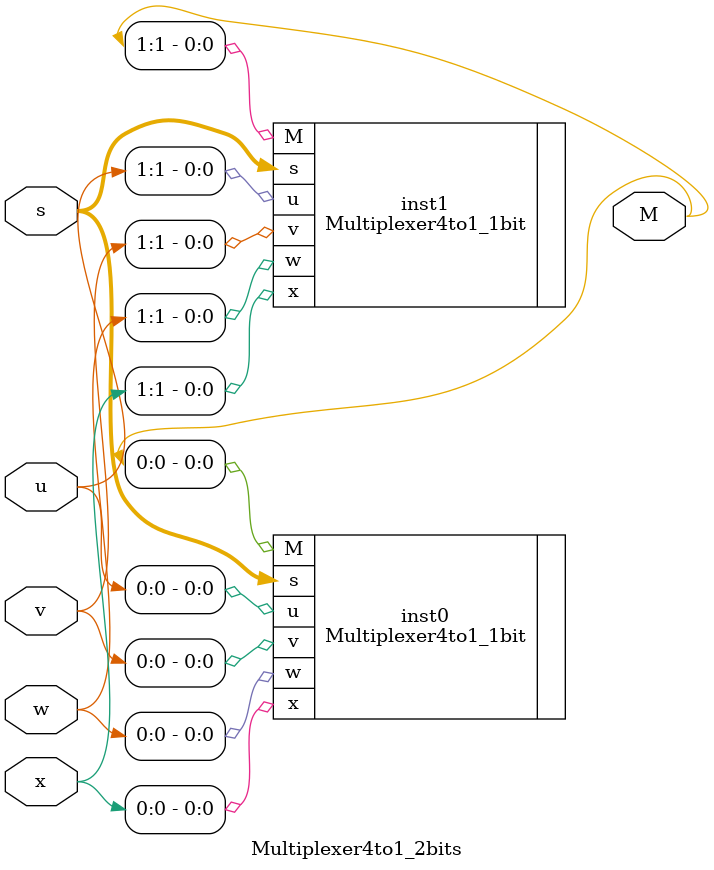
<source format=v>
/* 2 bits multiplexer: 4 inputs, 1 output
 * Author: Gustavo-Adolfo Murillo
 * Date: February 2024
 * 
 * DESCRIPTION:
 * This program is designed to learn how to sintetize a two bits multiplexer
 * 4 to 1 module in the FPGA, where:
 * 	(u, v, w, x) are two bits input
 * 	m is a two bits output
 * 	s is the 2 bits selector
 */

module Multiplexer4to1_2bits(u, v, w, x, s, M);
	input [1:0] u, v, w, x, s;
	output [1:0] M;
	
	Multiplexer4to1_1bit inst0(.u(u[0]), .v(v[0]), .w(w[0]), .x(x[0]), .s(s), .M(M[0]));
	Multiplexer4to1_1bit inst1(.u(u[1]), .v(v[1]), .w(w[1]), .x(x[1]), .s(s), .M(M[1]));
	
endmodule 
</source>
